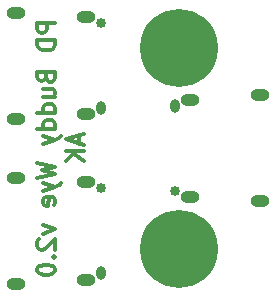
<source format=gbr>
%TF.GenerationSoftware,KiCad,Pcbnew,9.0.2*%
%TF.CreationDate,2025-05-31T16:15:56-04:00*%
%TF.ProjectId,pd-buddy-wye,70642d62-7564-4647-992d-7779652e6b69,v1.1*%
%TF.SameCoordinates,Original*%
%TF.FileFunction,Soldermask,Bot*%
%TF.FilePolarity,Negative*%
%FSLAX46Y46*%
G04 Gerber Fmt 4.6, Leading zero omitted, Abs format (unit mm)*
G04 Created by KiCad (PCBNEW 9.0.2) date 2025-05-31 16:15:56*
%MOMM*%
%LPD*%
G01*
G04 APERTURE LIST*
%ADD10C,0.300000*%
%ADD11C,1.000000*%
%ADD12C,6.600000*%
%ADD13C,0.850000*%
%ADD14O,0.850000X1.150000*%
%ADD15O,1.600000X1.000000*%
G04 APERTURE END LIST*
D10*
X104470870Y-101857143D02*
X102970870Y-101857143D01*
X102970870Y-101857143D02*
X102970870Y-102428572D01*
X102970870Y-102428572D02*
X103042299Y-102571429D01*
X103042299Y-102571429D02*
X103113727Y-102642858D01*
X103113727Y-102642858D02*
X103256584Y-102714286D01*
X103256584Y-102714286D02*
X103470870Y-102714286D01*
X103470870Y-102714286D02*
X103613727Y-102642858D01*
X103613727Y-102642858D02*
X103685156Y-102571429D01*
X103685156Y-102571429D02*
X103756584Y-102428572D01*
X103756584Y-102428572D02*
X103756584Y-101857143D01*
X104470870Y-103357143D02*
X102970870Y-103357143D01*
X102970870Y-103357143D02*
X102970870Y-103714286D01*
X102970870Y-103714286D02*
X103042299Y-103928572D01*
X103042299Y-103928572D02*
X103185156Y-104071429D01*
X103185156Y-104071429D02*
X103328013Y-104142858D01*
X103328013Y-104142858D02*
X103613727Y-104214286D01*
X103613727Y-104214286D02*
X103828013Y-104214286D01*
X103828013Y-104214286D02*
X104113727Y-104142858D01*
X104113727Y-104142858D02*
X104256584Y-104071429D01*
X104256584Y-104071429D02*
X104399442Y-103928572D01*
X104399442Y-103928572D02*
X104470870Y-103714286D01*
X104470870Y-103714286D02*
X104470870Y-103357143D01*
X103685156Y-106500000D02*
X103756584Y-106714286D01*
X103756584Y-106714286D02*
X103828013Y-106785715D01*
X103828013Y-106785715D02*
X103970870Y-106857143D01*
X103970870Y-106857143D02*
X104185156Y-106857143D01*
X104185156Y-106857143D02*
X104328013Y-106785715D01*
X104328013Y-106785715D02*
X104399442Y-106714286D01*
X104399442Y-106714286D02*
X104470870Y-106571429D01*
X104470870Y-106571429D02*
X104470870Y-106000000D01*
X104470870Y-106000000D02*
X102970870Y-106000000D01*
X102970870Y-106000000D02*
X102970870Y-106500000D01*
X102970870Y-106500000D02*
X103042299Y-106642858D01*
X103042299Y-106642858D02*
X103113727Y-106714286D01*
X103113727Y-106714286D02*
X103256584Y-106785715D01*
X103256584Y-106785715D02*
X103399442Y-106785715D01*
X103399442Y-106785715D02*
X103542299Y-106714286D01*
X103542299Y-106714286D02*
X103613727Y-106642858D01*
X103613727Y-106642858D02*
X103685156Y-106500000D01*
X103685156Y-106500000D02*
X103685156Y-106000000D01*
X103470870Y-108142858D02*
X104470870Y-108142858D01*
X103470870Y-107500000D02*
X104256584Y-107500000D01*
X104256584Y-107500000D02*
X104399442Y-107571429D01*
X104399442Y-107571429D02*
X104470870Y-107714286D01*
X104470870Y-107714286D02*
X104470870Y-107928572D01*
X104470870Y-107928572D02*
X104399442Y-108071429D01*
X104399442Y-108071429D02*
X104328013Y-108142858D01*
X104470870Y-109500001D02*
X102970870Y-109500001D01*
X104399442Y-109500001D02*
X104470870Y-109357143D01*
X104470870Y-109357143D02*
X104470870Y-109071429D01*
X104470870Y-109071429D02*
X104399442Y-108928572D01*
X104399442Y-108928572D02*
X104328013Y-108857143D01*
X104328013Y-108857143D02*
X104185156Y-108785715D01*
X104185156Y-108785715D02*
X103756584Y-108785715D01*
X103756584Y-108785715D02*
X103613727Y-108857143D01*
X103613727Y-108857143D02*
X103542299Y-108928572D01*
X103542299Y-108928572D02*
X103470870Y-109071429D01*
X103470870Y-109071429D02*
X103470870Y-109357143D01*
X103470870Y-109357143D02*
X103542299Y-109500001D01*
X104470870Y-110857144D02*
X102970870Y-110857144D01*
X104399442Y-110857144D02*
X104470870Y-110714286D01*
X104470870Y-110714286D02*
X104470870Y-110428572D01*
X104470870Y-110428572D02*
X104399442Y-110285715D01*
X104399442Y-110285715D02*
X104328013Y-110214286D01*
X104328013Y-110214286D02*
X104185156Y-110142858D01*
X104185156Y-110142858D02*
X103756584Y-110142858D01*
X103756584Y-110142858D02*
X103613727Y-110214286D01*
X103613727Y-110214286D02*
X103542299Y-110285715D01*
X103542299Y-110285715D02*
X103470870Y-110428572D01*
X103470870Y-110428572D02*
X103470870Y-110714286D01*
X103470870Y-110714286D02*
X103542299Y-110857144D01*
X103470870Y-111428572D02*
X104470870Y-111785715D01*
X103470870Y-112142858D02*
X104470870Y-111785715D01*
X104470870Y-111785715D02*
X104828013Y-111642858D01*
X104828013Y-111642858D02*
X104899442Y-111571429D01*
X104899442Y-111571429D02*
X104970870Y-111428572D01*
X102970870Y-113714286D02*
X104470870Y-114071429D01*
X104470870Y-114071429D02*
X103399442Y-114357143D01*
X103399442Y-114357143D02*
X104470870Y-114642858D01*
X104470870Y-114642858D02*
X102970870Y-115000001D01*
X103470870Y-115428572D02*
X104470870Y-115785715D01*
X103470870Y-116142858D02*
X104470870Y-115785715D01*
X104470870Y-115785715D02*
X104828013Y-115642858D01*
X104828013Y-115642858D02*
X104899442Y-115571429D01*
X104899442Y-115571429D02*
X104970870Y-115428572D01*
X104399442Y-117285715D02*
X104470870Y-117142858D01*
X104470870Y-117142858D02*
X104470870Y-116857144D01*
X104470870Y-116857144D02*
X104399442Y-116714286D01*
X104399442Y-116714286D02*
X104256584Y-116642858D01*
X104256584Y-116642858D02*
X103685156Y-116642858D01*
X103685156Y-116642858D02*
X103542299Y-116714286D01*
X103542299Y-116714286D02*
X103470870Y-116857144D01*
X103470870Y-116857144D02*
X103470870Y-117142858D01*
X103470870Y-117142858D02*
X103542299Y-117285715D01*
X103542299Y-117285715D02*
X103685156Y-117357144D01*
X103685156Y-117357144D02*
X103828013Y-117357144D01*
X103828013Y-117357144D02*
X103970870Y-116642858D01*
X103470870Y-119000000D02*
X104470870Y-119357143D01*
X104470870Y-119357143D02*
X103470870Y-119714286D01*
X103113727Y-120214286D02*
X103042299Y-120285714D01*
X103042299Y-120285714D02*
X102970870Y-120428572D01*
X102970870Y-120428572D02*
X102970870Y-120785714D01*
X102970870Y-120785714D02*
X103042299Y-120928572D01*
X103042299Y-120928572D02*
X103113727Y-121000000D01*
X103113727Y-121000000D02*
X103256584Y-121071429D01*
X103256584Y-121071429D02*
X103399442Y-121071429D01*
X103399442Y-121071429D02*
X103613727Y-121000000D01*
X103613727Y-121000000D02*
X104470870Y-120142857D01*
X104470870Y-120142857D02*
X104470870Y-121071429D01*
X104328013Y-121714285D02*
X104399442Y-121785714D01*
X104399442Y-121785714D02*
X104470870Y-121714285D01*
X104470870Y-121714285D02*
X104399442Y-121642857D01*
X104399442Y-121642857D02*
X104328013Y-121714285D01*
X104328013Y-121714285D02*
X104470870Y-121714285D01*
X102970870Y-122714286D02*
X102970870Y-122857143D01*
X102970870Y-122857143D02*
X103042299Y-123000000D01*
X103042299Y-123000000D02*
X103113727Y-123071429D01*
X103113727Y-123071429D02*
X103256584Y-123142857D01*
X103256584Y-123142857D02*
X103542299Y-123214286D01*
X103542299Y-123214286D02*
X103899442Y-123214286D01*
X103899442Y-123214286D02*
X104185156Y-123142857D01*
X104185156Y-123142857D02*
X104328013Y-123071429D01*
X104328013Y-123071429D02*
X104399442Y-123000000D01*
X104399442Y-123000000D02*
X104470870Y-122857143D01*
X104470870Y-122857143D02*
X104470870Y-122714286D01*
X104470870Y-122714286D02*
X104399442Y-122571429D01*
X104399442Y-122571429D02*
X104328013Y-122500000D01*
X104328013Y-122500000D02*
X104185156Y-122428571D01*
X104185156Y-122428571D02*
X103899442Y-122357143D01*
X103899442Y-122357143D02*
X103542299Y-122357143D01*
X103542299Y-122357143D02*
X103256584Y-122428571D01*
X103256584Y-122428571D02*
X103113727Y-122500000D01*
X103113727Y-122500000D02*
X103042299Y-122571429D01*
X103042299Y-122571429D02*
X102970870Y-122714286D01*
X106457215Y-111392857D02*
X106457215Y-112107143D01*
X106885786Y-111250000D02*
X105385786Y-111750000D01*
X105385786Y-111750000D02*
X106885786Y-112250000D01*
X106885786Y-112749999D02*
X105385786Y-112749999D01*
X106885786Y-113607142D02*
X106028643Y-112964285D01*
X105385786Y-113607142D02*
X106242929Y-112749999D01*
D11*
%TO.C,MK2*%
X117400000Y-121000000D03*
X116697056Y-122697056D03*
X116697056Y-119302944D03*
X115000000Y-123400000D03*
D12*
X115000000Y-121000000D03*
D11*
X115000000Y-118600000D03*
X113302944Y-122697056D03*
X113302944Y-119302944D03*
X112600000Y-121000000D03*
%TD*%
%TO.C,MK1*%
X112600000Y-104000000D03*
X113302944Y-102302944D03*
X113302944Y-105697056D03*
X115000000Y-101600000D03*
D12*
X115000000Y-104000000D03*
D11*
X115000000Y-106400000D03*
X116697056Y-102302944D03*
X116697056Y-105697056D03*
X117400000Y-104000000D03*
%TD*%
D13*
%TO.C,U1*%
X114640000Y-116100000D03*
D14*
X114640000Y-108900000D03*
D15*
X121840000Y-116990000D03*
X115890000Y-116630000D03*
X115890000Y-108370000D03*
X121840000Y-108010000D03*
%TD*%
D13*
%TO.C,J1*%
X108360000Y-101900000D03*
D14*
X108360000Y-109100000D03*
D15*
X101160000Y-101010000D03*
X107110000Y-101370000D03*
X107110000Y-109630000D03*
X101160000Y-109990000D03*
%TD*%
D13*
%TO.C,J2*%
X108360000Y-115900000D03*
D14*
X108360000Y-123100000D03*
D15*
X101160000Y-115010000D03*
X107110000Y-115370000D03*
X107110000Y-123630000D03*
X101160000Y-123990000D03*
%TD*%
M02*

</source>
